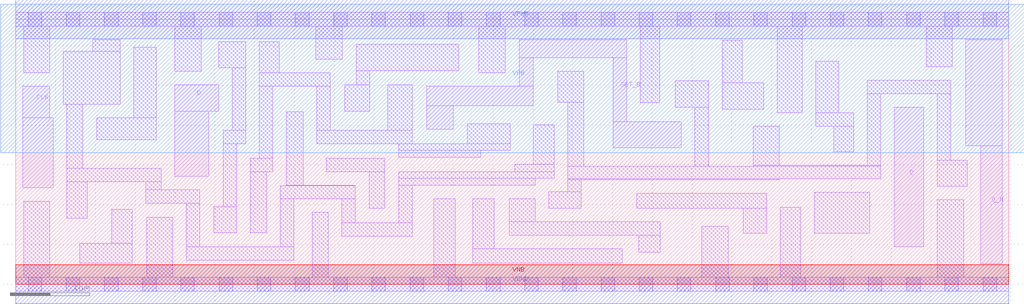
<source format=lef>
# Copyright 2020 The SkyWater PDK Authors
#
# Licensed under the Apache License, Version 2.0 (the "License");
# you may not use this file except in compliance with the License.
# You may obtain a copy of the License at
#
#     https://www.apache.org/licenses/LICENSE-2.0
#
# Unless required by applicable law or agreed to in writing, software
# distributed under the License is distributed on an "AS IS" BASIS,
# WITHOUT WARRANTIES OR CONDITIONS OF ANY KIND, either express or implied.
# See the License for the specific language governing permissions and
# limitations under the License.
#
# SPDX-License-Identifier: Apache-2.0

VERSION 5.7 ;
  NOWIREEXTENSIONATPIN ON ;
  DIVIDERCHAR "/" ;
  BUSBITCHARS "[]" ;
MACRO sky130_fd_sc_lp__dfsbp_1
  CLASS CORE ;
  FOREIGN sky130_fd_sc_lp__dfsbp_1 ;
  ORIGIN  0.000000  0.000000 ;
  SIZE  12.48000 BY  3.330000 ;
  SYMMETRY X Y R90 ;
  SITE unit ;
  PIN D
    ANTENNAGATEAREA  0.126000 ;
    DIRECTION INPUT ;
    USE SIGNAL ;
    PORT
      LAYER li1 ;
        RECT 2.000000 1.355000 2.425000 2.175000 ;
        RECT 2.000000 2.175000 2.550000 2.505000 ;
    END
  END D
  PIN Q
    ANTENNADIFFAREA  0.556500 ;
    DIRECTION OUTPUT ;
    USE SIGNAL ;
    PORT
      LAYER li1 ;
        RECT 11.040000 0.470000 11.410000 2.225000 ;
    END
  END Q
  PIN Q_N
    ANTENNADIFFAREA  0.556500 ;
    DIRECTION OUTPUT ;
    USE SIGNAL ;
    PORT
      LAYER li1 ;
        RECT 11.940000 1.740000 12.395000 3.075000 ;
        RECT 12.125000 0.260000 12.395000 1.740000 ;
    END
  END Q_N
  PIN SET_B
    ANTENNAGATEAREA  0.252000 ;
    DIRECTION INPUT ;
    USE SIGNAL ;
    PORT
      LAYER li1 ;
        RECT 5.165000 1.945000 5.495000 2.245000 ;
        RECT 5.165000 2.245000 6.500000 2.490000 ;
        RECT 6.330000 2.490000 6.500000 2.845000 ;
        RECT 6.330000 2.845000 7.680000 3.075000 ;
        RECT 7.510000 1.715000 8.365000 2.045000 ;
        RECT 7.510000 2.045000 7.680000 2.845000 ;
    END
  END SET_B
  PIN CLK
    ANTENNAGATEAREA  0.159000 ;
    DIRECTION INPUT ;
    USE CLOCK ;
    PORT
      LAYER li1 ;
        RECT 0.085000 1.210000 0.470000 2.090000 ;
        RECT 0.085000 2.090000 0.430000 2.490000 ;
    END
  END CLK
  PIN VGND
    DIRECTION INOUT ;
    USE GROUND ;
    PORT
      LAYER met1 ;
        RECT 0.000000 -0.245000 12.480000 0.245000 ;
    END
  END VGND
  PIN VNB
    DIRECTION INOUT ;
    USE GROUND ;
    PORT
      LAYER pwell ;
        RECT 0.000000 0.000000 12.480000 0.245000 ;
    END
  END VNB
  PIN VPB
    DIRECTION INOUT ;
    USE POWER ;
    PORT
      LAYER nwell ;
        RECT -0.190000 1.655000 12.670000 3.520000 ;
    END
  END VPB
  PIN VPWR
    DIRECTION INOUT ;
    USE POWER ;
    PORT
      LAYER met1 ;
        RECT 0.000000 3.085000 12.480000 3.575000 ;
    END
  END VPWR
  OBS
    LAYER li1 ;
      RECT  0.000000 -0.085000 12.480000 0.085000 ;
      RECT  0.000000  3.245000 12.480000 3.415000 ;
      RECT  0.100000  0.085000  0.430000 1.040000 ;
      RECT  0.100000  2.660000  0.430000 3.245000 ;
      RECT  0.600000  2.260000  1.315000 2.930000 ;
      RECT  0.640000  0.830000  0.900000 1.285000 ;
      RECT  0.640000  1.285000  1.830000 1.455000 ;
      RECT  0.640000  1.455000  0.840000 2.260000 ;
      RECT  0.805000  0.265000  1.465000 0.515000 ;
      RECT  0.965000  2.930000  1.315000 3.075000 ;
      RECT  1.020000  1.815000  1.765000 2.090000 ;
      RECT  1.205000  0.515000  1.465000 0.945000 ;
      RECT  1.485000  2.090000  1.765000 2.975000 ;
      RECT  1.635000  1.015000  2.315000 1.185000 ;
      RECT  1.635000  1.185000  1.830000 1.285000 ;
      RECT  1.645000  0.085000  1.975000 0.845000 ;
      RECT  2.000000  2.675000  2.330000 3.245000 ;
      RECT  2.145000  0.300000  3.495000 0.470000 ;
      RECT  2.145000  0.470000  2.315000 1.015000 ;
      RECT  2.485000  0.645000  2.775000 0.975000 ;
      RECT  2.550000  2.720000  2.890000 3.050000 ;
      RECT  2.605000  0.975000  2.775000 1.765000 ;
      RECT  2.605000  1.765000  2.890000 1.935000 ;
      RECT  2.720000  1.935000  2.890000 2.720000 ;
      RECT  2.945000  0.645000  3.155000 1.415000 ;
      RECT  2.945000  1.415000  3.230000 1.585000 ;
      RECT  3.060000  1.585000  3.230000 2.485000 ;
      RECT  3.060000  2.485000  3.955000 2.655000 ;
      RECT  3.060000  2.655000  3.310000 3.050000 ;
      RECT  3.325000  0.470000  3.495000 1.075000 ;
      RECT  3.325000  1.075000  4.265000 1.235000 ;
      RECT  3.400000  1.235000  4.265000 1.245000 ;
      RECT  3.400000  1.245000  3.615000 2.165000 ;
      RECT  3.725000  0.085000  3.925000 0.905000 ;
      RECT  3.770000  2.825000  4.100000 3.245000 ;
      RECT  3.785000  1.765000  4.985000 1.935000 ;
      RECT  3.785000  1.935000  3.955000 2.485000 ;
      RECT  3.900000  1.415000  4.635000 1.585000 ;
      RECT  4.095000  0.605000  4.985000 0.775000 ;
      RECT  4.095000  0.775000  4.265000 1.075000 ;
      RECT  4.135000  2.175000  4.450000 2.505000 ;
      RECT  4.280000  2.505000  4.450000 2.685000 ;
      RECT  4.280000  2.685000  5.565000 3.015000 ;
      RECT  4.445000  0.955000  4.635000 1.415000 ;
      RECT  4.675000  1.935000  4.985000 2.505000 ;
      RECT  4.815000  0.775000  4.985000 1.245000 ;
      RECT  4.815000  1.245000  6.530000 1.335000 ;
      RECT  4.815000  1.335000  6.765000 1.415000 ;
      RECT  4.815000  1.595000  5.845000 1.685000 ;
      RECT  4.815000  1.685000  6.215000 1.765000 ;
      RECT  5.250000  0.085000  5.520000 1.075000 ;
      RECT  5.675000  1.765000  6.215000 2.015000 ;
      RECT  5.740000  0.265000  7.620000 0.445000 ;
      RECT  5.740000  0.445000  6.010000 1.075000 ;
      RECT  5.820000  2.660000  6.150000 3.245000 ;
      RECT  6.200000  0.615000  8.100000 0.785000 ;
      RECT  6.200000  0.785000  6.530000 1.075000 ;
      RECT  6.270000  1.415000  6.765000 1.505000 ;
      RECT  6.505000  1.505000  6.765000 2.005000 ;
      RECT  6.700000  0.955000  7.105000 1.165000 ;
      RECT  6.810000  2.285000  7.140000 2.675000 ;
      RECT  6.935000  1.165000  7.105000 1.315000 ;
      RECT  6.935000  1.315000  9.595000 1.325000 ;
      RECT  6.935000  1.325000 10.870000 1.485000 ;
      RECT  6.935000  1.485000  7.140000 2.285000 ;
      RECT  7.805000  0.955000  9.435000 1.145000 ;
      RECT  7.830000  0.400000  8.100000 0.615000 ;
      RECT  7.850000  2.280000  8.090000 3.245000 ;
      RECT  8.290000  2.225000  8.705000 2.555000 ;
      RECT  8.535000  1.485000  8.705000 2.225000 ;
      RECT  8.620000  0.085000  8.950000 0.730000 ;
      RECT  8.875000  2.200000  9.400000 2.530000 ;
      RECT  8.875000  2.530000  9.130000 3.065000 ;
      RECT  9.140000  0.640000  9.435000 0.955000 ;
      RECT  9.265000  1.485000 10.870000 1.495000 ;
      RECT  9.265000  1.495000  9.595000 1.985000 ;
      RECT  9.570000  2.155000  9.885000 3.245000 ;
      RECT  9.605000  0.085000  9.865000 0.970000 ;
      RECT 10.035000  0.640000 10.730000 1.155000 ;
      RECT 10.055000  1.985000 10.530000 2.155000 ;
      RECT 10.055000  2.155000 10.340000 2.805000 ;
      RECT 10.280000  1.665000 10.530000 1.985000 ;
      RECT 10.700000  1.495000 10.870000 2.395000 ;
      RECT 10.700000  2.395000 11.750000 2.565000 ;
      RECT 11.440000  2.735000 11.770000 3.245000 ;
      RECT 11.580000  0.085000 11.910000 1.060000 ;
      RECT 11.580000  1.230000 11.955000 1.560000 ;
      RECT 11.580000  1.560000 11.750000 2.395000 ;
    LAYER mcon ;
      RECT  0.155000 -0.085000  0.325000 0.085000 ;
      RECT  0.155000  3.245000  0.325000 3.415000 ;
      RECT  0.635000 -0.085000  0.805000 0.085000 ;
      RECT  0.635000  3.245000  0.805000 3.415000 ;
      RECT  1.115000 -0.085000  1.285000 0.085000 ;
      RECT  1.115000  3.245000  1.285000 3.415000 ;
      RECT  1.595000 -0.085000  1.765000 0.085000 ;
      RECT  1.595000  3.245000  1.765000 3.415000 ;
      RECT  2.075000 -0.085000  2.245000 0.085000 ;
      RECT  2.075000  3.245000  2.245000 3.415000 ;
      RECT  2.555000 -0.085000  2.725000 0.085000 ;
      RECT  2.555000  3.245000  2.725000 3.415000 ;
      RECT  3.035000 -0.085000  3.205000 0.085000 ;
      RECT  3.035000  3.245000  3.205000 3.415000 ;
      RECT  3.515000 -0.085000  3.685000 0.085000 ;
      RECT  3.515000  3.245000  3.685000 3.415000 ;
      RECT  3.995000 -0.085000  4.165000 0.085000 ;
      RECT  3.995000  3.245000  4.165000 3.415000 ;
      RECT  4.475000 -0.085000  4.645000 0.085000 ;
      RECT  4.475000  3.245000  4.645000 3.415000 ;
      RECT  4.955000 -0.085000  5.125000 0.085000 ;
      RECT  4.955000  3.245000  5.125000 3.415000 ;
      RECT  5.435000 -0.085000  5.605000 0.085000 ;
      RECT  5.435000  3.245000  5.605000 3.415000 ;
      RECT  5.915000 -0.085000  6.085000 0.085000 ;
      RECT  5.915000  3.245000  6.085000 3.415000 ;
      RECT  6.395000 -0.085000  6.565000 0.085000 ;
      RECT  6.395000  3.245000  6.565000 3.415000 ;
      RECT  6.875000 -0.085000  7.045000 0.085000 ;
      RECT  6.875000  3.245000  7.045000 3.415000 ;
      RECT  7.355000 -0.085000  7.525000 0.085000 ;
      RECT  7.355000  3.245000  7.525000 3.415000 ;
      RECT  7.835000 -0.085000  8.005000 0.085000 ;
      RECT  7.835000  3.245000  8.005000 3.415000 ;
      RECT  8.315000 -0.085000  8.485000 0.085000 ;
      RECT  8.315000  3.245000  8.485000 3.415000 ;
      RECT  8.795000 -0.085000  8.965000 0.085000 ;
      RECT  8.795000  3.245000  8.965000 3.415000 ;
      RECT  9.275000 -0.085000  9.445000 0.085000 ;
      RECT  9.275000  3.245000  9.445000 3.415000 ;
      RECT  9.755000 -0.085000  9.925000 0.085000 ;
      RECT  9.755000  3.245000  9.925000 3.415000 ;
      RECT 10.235000 -0.085000 10.405000 0.085000 ;
      RECT 10.235000  3.245000 10.405000 3.415000 ;
      RECT 10.715000 -0.085000 10.885000 0.085000 ;
      RECT 10.715000  3.245000 10.885000 3.415000 ;
      RECT 11.195000 -0.085000 11.365000 0.085000 ;
      RECT 11.195000  3.245000 11.365000 3.415000 ;
      RECT 11.675000 -0.085000 11.845000 0.085000 ;
      RECT 11.675000  3.245000 11.845000 3.415000 ;
      RECT 12.155000 -0.085000 12.325000 0.085000 ;
      RECT 12.155000  3.245000 12.325000 3.415000 ;
  END
END sky130_fd_sc_lp__dfsbp_1
END LIBRARY

</source>
